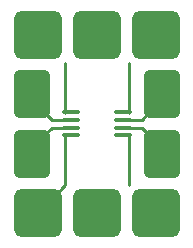
<source format=gbl>
G04*
G04 #@! TF.GenerationSoftware,Altium Limited,Altium Designer,25.8.1 (18)*
G04*
G04 Layer_Physical_Order=2*
G04 Layer_Color=16711680*
%FSLAX44Y44*%
%MOMM*%
G71*
G04*
G04 #@! TF.SameCoordinates,5E0B8585-324C-45EE-8C63-8C8DE18584A6*
G04*
G04*
G04 #@! TF.FilePolarity,Positive*
G04*
G01*
G75*
G04:AMPARAMS|DCode=10|XSize=0.38mm|YSize=1.45mm|CornerRadius=0.095mm|HoleSize=0mm|Usage=FLASHONLY|Rotation=90.000|XOffset=0mm|YOffset=0mm|HoleType=Round|Shape=RoundedRectangle|*
%AMROUNDEDRECTD10*
21,1,0.3800,1.2600,0,0,90.0*
21,1,0.1900,1.4500,0,0,90.0*
1,1,0.1900,0.6300,0.0950*
1,1,0.1900,0.6300,-0.0950*
1,1,0.1900,-0.6300,-0.0950*
1,1,0.1900,-0.6300,0.0950*
%
%ADD10ROUNDEDRECTD10*%
G04:AMPARAMS|DCode=11|XSize=3mm|YSize=4mm|CornerRadius=0.375mm|HoleSize=0mm|Usage=FLASHONLY|Rotation=180.000|XOffset=0mm|YOffset=0mm|HoleType=Round|Shape=RoundedRectangle|*
%AMROUNDEDRECTD11*
21,1,3.0000,3.2500,0,0,180.0*
21,1,2.2500,4.0000,0,0,180.0*
1,1,0.7500,-1.1250,1.6250*
1,1,0.7500,1.1250,1.6250*
1,1,0.7500,1.1250,-1.6250*
1,1,0.7500,-1.1250,-1.6250*
%
%ADD11ROUNDEDRECTD11*%
G04:AMPARAMS|DCode=12|XSize=4mm|YSize=4mm|CornerRadius=0.5mm|HoleSize=0mm|Usage=FLASHONLY|Rotation=0.000|XOffset=0mm|YOffset=0mm|HoleType=Round|Shape=RoundedRectangle|*
%AMROUNDEDRECTD12*
21,1,4.0000,3.0000,0,0,0.0*
21,1,3.0000,4.0000,0,0,0.0*
1,1,1.0000,1.5000,-1.5000*
1,1,1.0000,-1.5000,-1.5000*
1,1,1.0000,-1.5000,1.5000*
1,1,1.0000,1.5000,1.5000*
%
%ADD12ROUNDEDRECTD12*%
%ADD13C,0.2800*%
D10*
X22000Y9750D02*
D03*
X22000Y3250D02*
D03*
Y-3250D02*
D03*
Y-9750D02*
D03*
X-22000Y9750D02*
D03*
X-22000Y3250D02*
D03*
X-22000Y-3250D02*
D03*
X-22000Y-9750D02*
D03*
D11*
X-55000Y25000D02*
D03*
Y-25000D02*
D03*
X55000D02*
D03*
Y25000D02*
D03*
D12*
X-50000Y75000D02*
D03*
X50000D02*
D03*
X0D02*
D03*
Y-75000D02*
D03*
X50000D02*
D03*
X-50000D02*
D03*
D13*
X27000Y-52000D02*
Y-9500D01*
X22000Y-3250D02*
X38000D01*
X51250Y-16500D01*
X27000Y9500D02*
Y52000D01*
X22000Y3250D02*
X38000D01*
X51250Y16500D01*
X-27000Y9500D02*
Y52000D01*
X-38000Y3250D02*
X-22000D01*
X-51250Y16500D02*
X-38000Y3250D01*
X-51250Y-16500D02*
X-38000Y-3250D01*
X-22000D01*
X-27000Y-52000D02*
Y-9500D01*
X-50000Y-75000D02*
X-27000Y-52000D01*
M02*

</source>
